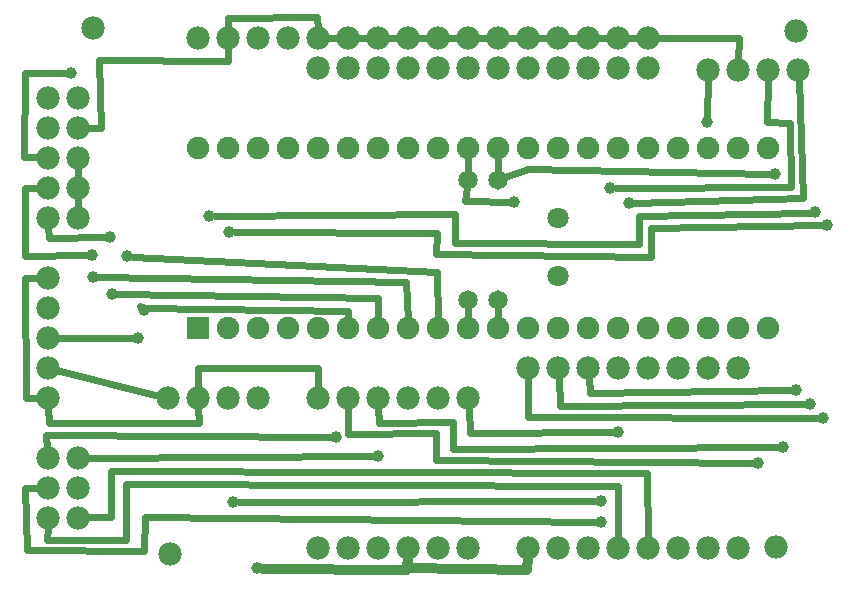
<source format=gtl>
G04 MADE WITH FRITZING*
G04 WWW.FRITZING.ORG*
G04 DOUBLE SIDED*
G04 HOLES PLATED*
G04 CONTOUR ON CENTER OF CONTOUR VECTOR*
%ASAXBY*%
%FSLAX23Y23*%
%MOIN*%
%OFA0B0*%
%SFA1.0B1.0*%
%ADD10C,0.039370*%
%ADD11C,0.075000*%
%ADD12C,0.078000*%
%ADD13C,0.065000*%
%ADD14C,0.070925*%
%ADD15C,0.070866*%
%ADD16R,0.075000X0.075000*%
%ADD17C,0.024000*%
%ADD18C,0.032000*%
%LNCOPPER1*%
G90*
G70*
G54D10*
X1981Y1312D03*
X407Y812D03*
X805Y43D03*
X1661Y1265D03*
X256Y1014D03*
X319Y959D03*
X371Y1083D03*
X427Y905D03*
X254Y1088D03*
X315Y1148D03*
X183Y1694D03*
X2043Y1261D03*
X2530Y1356D03*
X2305Y1531D03*
X712Y1163D03*
X645Y1219D03*
X2663Y1230D03*
X2705Y1188D03*
X2474Y395D03*
X2557Y448D03*
X2602Y637D03*
X2646Y590D03*
X2691Y543D03*
X2007Y498D03*
X1066Y481D03*
X1207Y418D03*
X724Y265D03*
X1952Y268D03*
X1952Y198D03*
G54D11*
X607Y843D03*
X607Y1443D03*
X707Y843D03*
X707Y1443D03*
X807Y843D03*
X807Y1443D03*
X907Y843D03*
X907Y1443D03*
X1007Y843D03*
X1007Y1443D03*
X1107Y843D03*
X1107Y1443D03*
X1207Y843D03*
X1207Y1443D03*
X1307Y843D03*
X1307Y1443D03*
X1407Y843D03*
X1407Y1443D03*
X1507Y843D03*
X1507Y1443D03*
X1607Y843D03*
X1607Y1443D03*
X1707Y843D03*
X1707Y1443D03*
X1807Y843D03*
X1807Y1443D03*
X1907Y843D03*
X1907Y1443D03*
X2007Y843D03*
X2007Y1443D03*
X2107Y843D03*
X2107Y1443D03*
X2207Y843D03*
X2207Y1443D03*
X2307Y843D03*
X2307Y1443D03*
X2407Y843D03*
X2407Y1443D03*
X2507Y843D03*
X2507Y1443D03*
G54D12*
X207Y1612D03*
X207Y1512D03*
X207Y1412D03*
X207Y1312D03*
X207Y1212D03*
X257Y1845D03*
X2602Y1834D03*
X2535Y115D03*
X513Y90D03*
X107Y1612D03*
X107Y1512D03*
X107Y1412D03*
X107Y1312D03*
X107Y1212D03*
X107Y612D03*
X107Y712D03*
X107Y812D03*
X207Y412D03*
X107Y412D03*
X207Y312D03*
X107Y312D03*
X207Y212D03*
X107Y212D03*
X607Y1812D03*
X707Y1812D03*
X807Y1812D03*
X907Y1812D03*
X2107Y1812D03*
X2007Y1812D03*
X1907Y1812D03*
X1807Y1812D03*
X1707Y1812D03*
X1607Y1812D03*
X1507Y1812D03*
X1407Y1812D03*
X1307Y1812D03*
X1207Y1812D03*
X1107Y1812D03*
X1007Y1812D03*
X1007Y1712D03*
X1107Y1712D03*
X1207Y1712D03*
X1307Y1712D03*
X1407Y1712D03*
X1507Y1712D03*
X1607Y1712D03*
X1707Y1712D03*
X1807Y1712D03*
X1907Y1712D03*
X2007Y1712D03*
X2107Y1712D03*
X2307Y1704D03*
X2407Y1704D03*
X2507Y1704D03*
X2607Y1704D03*
X107Y1012D03*
X107Y912D03*
X1707Y712D03*
X1807Y712D03*
X1907Y712D03*
X2007Y712D03*
X2107Y712D03*
X2207Y712D03*
X2307Y712D03*
X2407Y712D03*
X1707Y112D03*
X1807Y112D03*
X1907Y112D03*
X2007Y112D03*
X2107Y112D03*
X2207Y112D03*
X2307Y112D03*
X2407Y112D03*
X1507Y112D03*
X1407Y112D03*
X1307Y112D03*
X1207Y112D03*
X1107Y112D03*
X1007Y112D03*
X1507Y612D03*
X1407Y612D03*
X1307Y612D03*
X1207Y612D03*
X1107Y612D03*
X1007Y612D03*
X507Y612D03*
X607Y612D03*
X707Y612D03*
X807Y612D03*
G54D13*
X1607Y939D03*
X1507Y939D03*
X1607Y939D03*
X1507Y939D03*
X1507Y1339D03*
X1607Y1339D03*
X1507Y1339D03*
X1607Y1339D03*
G54D14*
X1807Y1019D03*
G54D15*
X1807Y1212D03*
G54D16*
X607Y843D03*
G54D17*
X1277Y1812D02*
X1237Y1812D01*
D02*
X1177Y1812D02*
X1137Y1812D01*
D02*
X1077Y1812D02*
X1037Y1812D01*
D02*
X1005Y1881D02*
X707Y1879D01*
D02*
X707Y1879D02*
X707Y1842D01*
D02*
X1006Y1842D02*
X1005Y1881D01*
D02*
X207Y1242D02*
X207Y1282D01*
D02*
X207Y1342D02*
X207Y1382D01*
D02*
X283Y1512D02*
X276Y1736D01*
D02*
X276Y1736D02*
X707Y1734D01*
D02*
X707Y1734D02*
X707Y1782D01*
D02*
X237Y1512D02*
X283Y1512D01*
D02*
X2410Y1812D02*
X2137Y1812D01*
D02*
X2408Y1734D02*
X2410Y1812D01*
D02*
X2077Y1812D02*
X2037Y1812D01*
D02*
X1977Y1812D02*
X1937Y1812D01*
D02*
X1877Y1812D02*
X1837Y1812D01*
D02*
X1777Y1812D02*
X1737Y1812D01*
D02*
X1677Y1812D02*
X1637Y1812D01*
D02*
X1607Y1812D02*
X1537Y1812D01*
D02*
X1477Y1812D02*
X1437Y1812D01*
D02*
X1377Y1812D02*
X1337Y1812D01*
D02*
X610Y529D02*
X110Y529D01*
D02*
X110Y529D02*
X108Y582D01*
D02*
X608Y582D02*
X610Y529D01*
D02*
X1607Y914D02*
X1607Y872D01*
D02*
X1507Y914D02*
X1507Y872D01*
D02*
X1607Y1414D02*
X1607Y1364D01*
D02*
X1507Y1364D02*
X1507Y1414D01*
D02*
X388Y812D02*
X137Y812D01*
D02*
X107Y712D02*
X478Y619D01*
D02*
X34Y610D02*
X77Y611D01*
D02*
X32Y1012D02*
X34Y610D01*
D02*
X77Y1012D02*
X32Y1012D01*
D02*
X1007Y712D02*
X607Y712D01*
D02*
X1007Y642D02*
X1007Y712D01*
D02*
X607Y712D02*
X607Y642D01*
D02*
X1498Y1268D02*
X1661Y1265D01*
D02*
X1504Y1314D02*
X1498Y1268D01*
G54D18*
D02*
X1305Y43D02*
X1306Y82D01*
D02*
X1705Y37D02*
X1305Y43D01*
D02*
X1706Y82D02*
X1705Y37D01*
D02*
X1305Y37D02*
X1306Y82D01*
D02*
X824Y42D02*
X1305Y37D01*
G54D17*
D02*
X32Y1083D02*
X32Y1312D01*
D02*
X32Y1312D02*
X77Y1312D01*
D02*
X235Y1087D02*
X32Y1083D01*
D02*
X110Y1143D02*
X108Y1182D01*
D02*
X296Y1148D02*
X110Y1143D01*
D02*
X1405Y1032D02*
X1407Y872D01*
D02*
X390Y1082D02*
X1405Y1032D01*
D02*
X32Y1694D02*
X27Y1414D01*
D02*
X27Y1414D02*
X77Y1413D01*
D02*
X164Y1694D02*
X32Y1694D01*
D02*
X2062Y1261D02*
X2625Y1279D01*
D02*
X2625Y1279D02*
X2609Y1674D01*
D02*
X2503Y1530D02*
X2507Y1674D01*
D02*
X2581Y1528D02*
X2503Y1530D01*
D02*
X2000Y1312D02*
X2583Y1314D01*
D02*
X2583Y1314D02*
X2581Y1528D01*
D02*
X1107Y901D02*
X421Y912D01*
D02*
X1107Y872D02*
X1107Y901D01*
D02*
X421Y912D02*
X414Y919D01*
D02*
X1207Y943D02*
X1207Y872D01*
D02*
X338Y959D02*
X1207Y943D01*
D02*
X1301Y996D02*
X1306Y872D01*
D02*
X275Y1014D02*
X1301Y996D01*
D02*
X1707Y1373D02*
X1631Y1347D01*
D02*
X2118Y1176D02*
X2118Y1081D01*
D02*
X2118Y1081D02*
X1402Y1090D01*
D02*
X1402Y1090D02*
X1405Y1161D01*
D02*
X1405Y1161D02*
X731Y1163D01*
D02*
X2076Y1219D02*
X2077Y1123D01*
D02*
X2077Y1123D02*
X1463Y1129D01*
D02*
X1463Y1129D02*
X1463Y1223D01*
D02*
X1463Y1223D02*
X664Y1219D01*
D02*
X2644Y1229D02*
X2076Y1219D01*
D02*
X2686Y1187D02*
X2118Y1176D01*
D02*
X2305Y1550D02*
X2307Y1674D01*
D02*
X2511Y1357D02*
X1707Y1373D01*
D02*
X1402Y495D02*
X1402Y404D01*
D02*
X1402Y404D02*
X2455Y395D01*
D02*
X1457Y531D02*
X1457Y440D01*
D02*
X1457Y440D02*
X2538Y448D01*
D02*
X1210Y529D02*
X1457Y531D01*
D02*
X1208Y582D02*
X1210Y529D01*
D02*
X1107Y490D02*
X1402Y495D01*
D02*
X1107Y582D02*
X1107Y490D01*
D02*
X1707Y682D02*
X1707Y548D01*
D02*
X1707Y548D02*
X2672Y543D01*
D02*
X1809Y682D02*
X1813Y584D01*
D02*
X1813Y584D02*
X2627Y590D01*
D02*
X1909Y682D02*
X1913Y629D01*
D02*
X1913Y629D02*
X2583Y637D01*
D02*
X99Y487D02*
X1047Y482D01*
D02*
X104Y442D02*
X99Y487D01*
D02*
X237Y412D02*
X1188Y417D01*
D02*
X1513Y493D02*
X1509Y582D01*
D02*
X1988Y498D02*
X1513Y493D01*
D02*
X2007Y318D02*
X368Y323D01*
D02*
X368Y323D02*
X366Y137D01*
D02*
X366Y137D02*
X105Y137D01*
D02*
X105Y137D02*
X106Y182D01*
D02*
X2007Y142D02*
X2007Y318D01*
D02*
X2105Y362D02*
X316Y368D01*
D02*
X316Y368D02*
X318Y215D01*
D02*
X318Y215D02*
X237Y213D01*
D02*
X2107Y142D02*
X2105Y362D01*
D02*
X32Y312D02*
X77Y312D01*
D02*
X38Y104D02*
X32Y312D01*
D02*
X427Y101D02*
X38Y104D01*
D02*
X430Y215D02*
X427Y101D01*
D02*
X1933Y198D02*
X430Y215D01*
D02*
X743Y265D02*
X1933Y268D01*
G04 End of Copper1*
M02*
</source>
